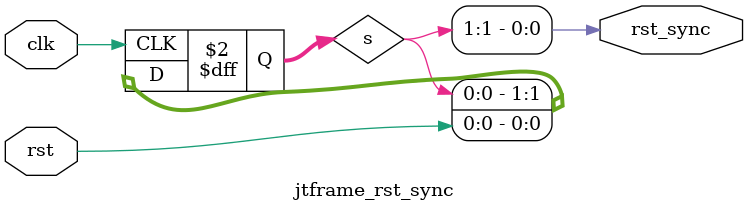
<source format=v>
/*  This file is part of JTFRAME.
    JTFRAME program is free software: you can redistribute it and/or modify
    it under the terms of the GNU General Public License as published by
    the Free Software Foundation, either version 3 of the License, or
    (at your option) any later version.

    JTFRAME program is distributed in the hope that it will be useful,
    but WITHOUT ANY WARRANTY; without even the implied warranty of
    MERCHANTABILITY or FITNESS FOR A PARTICULAR PURPOSE.  See the
    GNU General Public License for more details.

    You should have received a copy of the GNU General Public License
    along with JTFRAME.  If not, see <http://www.gnu.org/licenses/>.

    Author: Jose Tejada Gomez. Twitter: @topapate
    Version: 1.0
    Date: 6-9-2021 */

// Reference:
// https://www.intel.com/content/www/us/en/programmable/quartushelp/15.1/index.htm#verify/da/comp_file_rules_reset_synch.htm

module jtframe_rst_sync(
    input   rst,
    input   clk,
    output  rst_sync
);

reg [1:0] s;

assign rst_sync = s[1];

always @(posedge clk) begin
    s <= { s[0], rst };
end

endmodule
</source>
